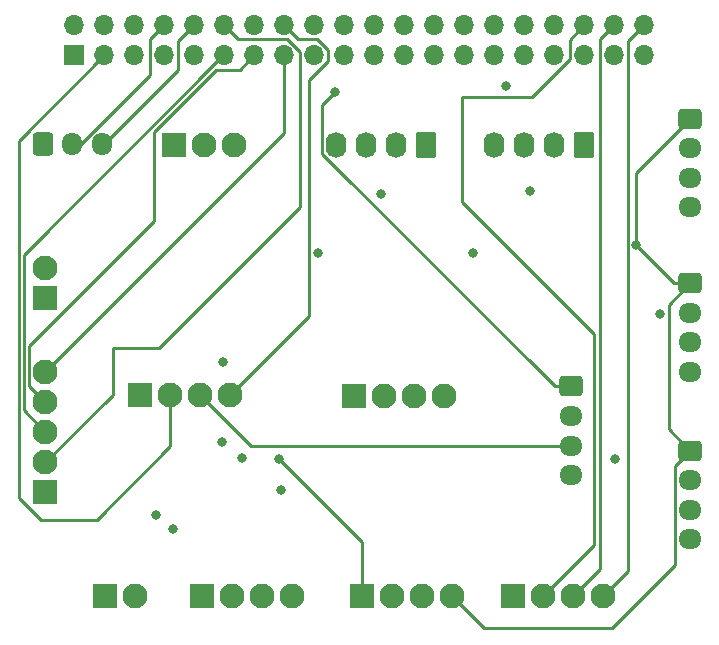
<source format=gbl>
%TF.GenerationSoftware,KiCad,Pcbnew,(6.0.2)*%
%TF.CreationDate,2022-03-23T10:00:19+00:00*%
%TF.ProjectId,pi_transceiver_hat,70695f74-7261-46e7-9363-65697665725f,1*%
%TF.SameCoordinates,Original*%
%TF.FileFunction,Copper,L4,Bot*%
%TF.FilePolarity,Positive*%
%FSLAX46Y46*%
G04 Gerber Fmt 4.6, Leading zero omitted, Abs format (unit mm)*
G04 Created by KiCad (PCBNEW (6.0.2)) date 2022-03-23 10:00:19*
%MOMM*%
%LPD*%
G01*
G04 APERTURE LIST*
G04 Aperture macros list*
%AMRoundRect*
0 Rectangle with rounded corners*
0 $1 Rounding radius*
0 $2 $3 $4 $5 $6 $7 $8 $9 X,Y pos of 4 corners*
0 Add a 4 corners polygon primitive as box body*
4,1,4,$2,$3,$4,$5,$6,$7,$8,$9,$2,$3,0*
0 Add four circle primitives for the rounded corners*
1,1,$1+$1,$2,$3*
1,1,$1+$1,$4,$5*
1,1,$1+$1,$6,$7*
1,1,$1+$1,$8,$9*
0 Add four rect primitives between the rounded corners*
20,1,$1+$1,$2,$3,$4,$5,0*
20,1,$1+$1,$4,$5,$6,$7,0*
20,1,$1+$1,$6,$7,$8,$9,0*
20,1,$1+$1,$8,$9,$2,$3,0*%
G04 Aperture macros list end*
%TA.AperFunction,ComponentPad*%
%ADD10RoundRect,0.250000X-0.725000X0.600000X-0.725000X-0.600000X0.725000X-0.600000X0.725000X0.600000X0*%
%TD*%
%TA.AperFunction,ComponentPad*%
%ADD11O,1.950000X1.700000*%
%TD*%
%TA.AperFunction,ComponentPad*%
%ADD12R,2.100000X2.100000*%
%TD*%
%TA.AperFunction,ComponentPad*%
%ADD13C,2.100000*%
%TD*%
%TA.AperFunction,ComponentPad*%
%ADD14RoundRect,0.250000X0.620000X0.845000X-0.620000X0.845000X-0.620000X-0.845000X0.620000X-0.845000X0*%
%TD*%
%TA.AperFunction,ComponentPad*%
%ADD15O,1.740000X2.190000*%
%TD*%
%TA.AperFunction,ComponentPad*%
%ADD16RoundRect,0.250000X-0.600000X-0.725000X0.600000X-0.725000X0.600000X0.725000X-0.600000X0.725000X0*%
%TD*%
%TA.AperFunction,ComponentPad*%
%ADD17O,1.700000X1.950000*%
%TD*%
%TA.AperFunction,ComponentPad*%
%ADD18R,1.700000X1.700000*%
%TD*%
%TA.AperFunction,ComponentPad*%
%ADD19O,1.700000X1.700000*%
%TD*%
%TA.AperFunction,ViaPad*%
%ADD20C,0.800000*%
%TD*%
%TA.AperFunction,Conductor*%
%ADD21C,0.250000*%
%TD*%
G04 APERTURE END LIST*
D10*
X154906200Y-103590400D03*
D11*
X154906200Y-106090400D03*
X154906200Y-108590400D03*
X154906200Y-111090400D03*
D12*
X150007400Y-121310400D03*
D13*
X152547400Y-121310400D03*
X155087400Y-121310400D03*
X157627400Y-121310400D03*
D12*
X118409800Y-104292400D03*
D13*
X120949800Y-104292400D03*
X123489800Y-104292400D03*
X126029800Y-104292400D03*
D12*
X123642200Y-121361200D03*
D13*
X126182200Y-121361200D03*
X128722200Y-121361200D03*
X131262200Y-121361200D03*
D10*
X164998400Y-109016800D03*
D11*
X164998400Y-111516800D03*
X164998400Y-114016800D03*
X164998400Y-116516800D03*
D12*
X137205800Y-121361200D03*
D13*
X139745800Y-121361200D03*
X142285800Y-121361200D03*
X144825800Y-121361200D03*
D14*
X142646400Y-83139600D03*
D15*
X140106400Y-83139600D03*
X137566400Y-83139600D03*
X135026400Y-83139600D03*
D16*
X110174400Y-83041000D03*
D17*
X112674400Y-83041000D03*
X115174400Y-83041000D03*
D12*
X110388400Y-112522000D03*
D13*
X110388400Y-109982000D03*
X110388400Y-107442000D03*
X110388400Y-104902000D03*
X110388400Y-102362000D03*
D12*
X110337600Y-96062800D03*
D13*
X110337600Y-93522800D03*
D12*
X115468400Y-121361200D03*
D13*
X118008400Y-121361200D03*
D12*
X121259600Y-83108800D03*
D13*
X123799600Y-83108800D03*
X126339600Y-83108800D03*
D14*
X155956000Y-83139600D03*
D15*
X153416000Y-83139600D03*
X150876000Y-83139600D03*
X148336000Y-83139600D03*
D12*
X136545400Y-104394000D03*
D13*
X139085400Y-104394000D03*
X141625400Y-104394000D03*
X144165400Y-104394000D03*
D10*
X164998400Y-94843600D03*
D11*
X164998400Y-97343600D03*
X164998400Y-99843600D03*
X164998400Y-102343600D03*
D10*
X164998400Y-80924400D03*
D11*
X164998400Y-83424400D03*
X164998400Y-85924400D03*
X164998400Y-88424400D03*
D18*
X112800000Y-75550000D03*
D19*
X112800000Y-73010000D03*
X115340000Y-75550000D03*
X115340000Y-73010000D03*
X117880000Y-75550000D03*
X117880000Y-73010000D03*
X120420000Y-75550000D03*
X120420000Y-73010000D03*
X122960000Y-75550000D03*
X122960000Y-73010000D03*
X125500000Y-75550000D03*
X125500000Y-73010000D03*
X128040000Y-75550000D03*
X128040000Y-73010000D03*
X130580000Y-75550000D03*
X130580000Y-73010000D03*
X133120000Y-75550000D03*
X133120000Y-73010000D03*
X135660000Y-75550000D03*
X135660000Y-73010000D03*
X138200000Y-75550000D03*
X138200000Y-73010000D03*
X140740000Y-75550000D03*
X140740000Y-73010000D03*
X143280000Y-75550000D03*
X143280000Y-73010000D03*
X145820000Y-75550000D03*
X145820000Y-73010000D03*
X148360000Y-75550000D03*
X148360000Y-73010000D03*
X150900000Y-75550000D03*
X150900000Y-73010000D03*
X153440000Y-75550000D03*
X153440000Y-73010000D03*
X155980000Y-75550000D03*
X155980000Y-73010000D03*
X158520000Y-75550000D03*
X158520000Y-73010000D03*
X161060000Y-75550000D03*
X161060000Y-73010000D03*
D20*
X130149600Y-109728000D03*
X134924800Y-78689200D03*
X160419011Y-91643200D03*
X121208800Y-115671600D03*
X127000000Y-109677200D03*
X119786400Y-114503200D03*
X138785600Y-87274400D03*
X151384000Y-87020400D03*
X146608800Y-92252800D03*
X158648400Y-109728000D03*
X125425200Y-101498400D03*
X149402800Y-78130400D03*
X133451600Y-92252800D03*
X162458400Y-97485200D03*
X125323600Y-108254800D03*
X130302000Y-112318800D03*
D21*
X153526800Y-103590400D02*
X154906200Y-103590400D01*
X134924800Y-78689200D02*
X133831880Y-79782120D01*
X164998400Y-109016800D02*
X163698880Y-110316320D01*
X158343600Y-124053600D02*
X147518200Y-124053600D01*
X137205800Y-116784200D02*
X137205800Y-121361200D01*
X163698880Y-118698320D02*
X158343600Y-124053600D01*
X147518200Y-124053600D02*
X144825800Y-121361200D01*
X133831880Y-83895480D02*
X153526800Y-103590400D01*
X164998400Y-94843600D02*
X163182911Y-96659089D01*
X160419011Y-91643200D02*
X160419011Y-85503789D01*
X160419011Y-91643200D02*
X163619411Y-94843600D01*
X133831880Y-79782120D02*
X133831880Y-83895480D01*
X130149600Y-109728000D02*
X137205800Y-116784200D01*
X163619411Y-94843600D02*
X164998400Y-94843600D01*
X163182911Y-107201311D02*
X164998400Y-109016800D01*
X163698880Y-110316320D02*
X163698880Y-118698320D01*
X160419011Y-85503789D02*
X164998400Y-80924400D01*
X163182911Y-96659089D02*
X163182911Y-107201311D01*
X127787800Y-108590400D02*
X123489800Y-104292400D01*
X154906200Y-108590400D02*
X127787800Y-108590400D01*
X119245489Y-77178911D02*
X119245489Y-74184511D01*
X119245489Y-74184511D02*
X120420000Y-73010000D01*
X113383400Y-83041000D02*
X119245489Y-77178911D01*
X112674400Y-83041000D02*
X113383400Y-83041000D01*
X115383400Y-83041000D02*
X121594511Y-76829889D01*
X115174400Y-83041000D02*
X115383400Y-83041000D01*
X121594511Y-76829889D02*
X121594511Y-74375489D01*
X121594511Y-74375489D02*
X122960000Y-73010000D01*
X110388400Y-107442000D02*
X108564369Y-105617969D01*
X108564369Y-105617969D02*
X108564369Y-92419291D01*
X108564369Y-92419291D02*
X125433660Y-75550000D01*
X125433660Y-75550000D02*
X125500000Y-75550000D01*
X131945489Y-88374111D02*
X131945489Y-75254479D01*
X131945489Y-75254479D02*
X130875521Y-74184511D01*
X130875521Y-74184511D02*
X126674511Y-74184511D01*
X126674511Y-74184511D02*
X125500000Y-73010000D01*
X131945489Y-88374111D02*
X119989600Y-100330000D01*
X116078000Y-104292400D02*
X116078000Y-100330000D01*
X110388400Y-109982000D02*
X116078000Y-104292400D01*
X119989600Y-100330000D02*
X116078000Y-100330000D01*
X119583200Y-82036178D02*
X124860578Y-76758800D01*
X109013889Y-103527489D02*
X109013889Y-100135533D01*
X124860578Y-76758800D02*
X126831200Y-76758800D01*
X109013889Y-100135533D02*
X119583200Y-89566222D01*
X126831200Y-76758800D02*
X128040000Y-75550000D01*
X119583200Y-89566222D02*
X119583200Y-82036178D01*
X110388400Y-104902000D02*
X109013889Y-103527489D01*
X130580000Y-82170400D02*
X130580000Y-75550000D01*
X110388400Y-102362000D02*
X130580000Y-82170400D01*
X134294511Y-76036499D02*
X134294511Y-75063501D01*
X126029800Y-104292400D02*
X132727089Y-97595111D01*
X134294511Y-75063501D02*
X133415521Y-74184511D01*
X132727089Y-77603921D02*
X134294511Y-76036499D01*
X132727089Y-97595111D02*
X132727089Y-77603921D01*
X133415521Y-74184511D02*
X131754511Y-74184511D01*
X131754511Y-74184511D02*
X130580000Y-73010000D01*
X156819600Y-99110800D02*
X145694400Y-87985600D01*
X156819600Y-117038200D02*
X156819600Y-99110800D01*
X145694400Y-79044800D02*
X151606210Y-79044800D01*
X145694400Y-87985600D02*
X145694400Y-79044800D01*
X154761480Y-74228520D02*
X155980000Y-73010000D01*
X151606210Y-79044800D02*
X154761480Y-75889530D01*
X154761480Y-75889530D02*
X154761480Y-74228520D01*
X152547400Y-121310400D02*
X156819600Y-117038200D01*
X114757200Y-114858800D02*
X120949800Y-108666200D01*
X108114849Y-112997471D02*
X109976178Y-114858800D01*
X115340000Y-75550000D02*
X108114849Y-82775151D01*
X108114849Y-82775151D02*
X108114849Y-112997471D01*
X120949800Y-108666200D02*
X120949800Y-104292400D01*
X109976178Y-114858800D02*
X114757200Y-114858800D01*
X157345489Y-119052311D02*
X157345489Y-74184511D01*
X157345489Y-74184511D02*
X158520000Y-73010000D01*
X155087400Y-121310400D02*
X157345489Y-119052311D01*
X159694511Y-74375489D02*
X161060000Y-73010000D01*
X159694511Y-119243289D02*
X159694511Y-74375489D01*
X157627400Y-121310400D02*
X159694511Y-119243289D01*
M02*

</source>
